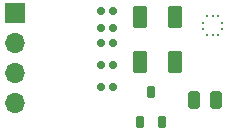
<source format=gbr>
%TF.GenerationSoftware,KiCad,Pcbnew,9.0.0*%
%TF.CreationDate,2025-10-01T23:53:17-07:00*%
%TF.ProjectId,gc10nxbaro,67633130-6e78-4626-9172-6f2e6b696361,rev?*%
%TF.SameCoordinates,Original*%
%TF.FileFunction,Soldermask,Top*%
%TF.FilePolarity,Negative*%
%FSLAX46Y46*%
G04 Gerber Fmt 4.6, Leading zero omitted, Abs format (unit mm)*
G04 Created by KiCad (PCBNEW 9.0.0) date 2025-10-01 23:53:17*
%MOMM*%
%LPD*%
G01*
G04 APERTURE LIST*
G04 Aperture macros list*
%AMRoundRect*
0 Rectangle with rounded corners*
0 $1 Rounding radius*
0 $2 $3 $4 $5 $6 $7 $8 $9 X,Y pos of 4 corners*
0 Add a 4 corners polygon primitive as box body*
4,1,4,$2,$3,$4,$5,$6,$7,$8,$9,$2,$3,0*
0 Add four circle primitives for the rounded corners*
1,1,$1+$1,$2,$3*
1,1,$1+$1,$4,$5*
1,1,$1+$1,$6,$7*
1,1,$1+$1,$8,$9*
0 Add four rect primitives between the rounded corners*
20,1,$1+$1,$2,$3,$4,$5,0*
20,1,$1+$1,$4,$5,$6,$7,0*
20,1,$1+$1,$6,$7,$8,$9,0*
20,1,$1+$1,$8,$9,$2,$3,0*%
G04 Aperture macros list end*
%ADD10RoundRect,0.159000X-0.159000X-0.189000X0.159000X-0.189000X0.159000X0.189000X-0.159000X0.189000X0*%
%ADD11RoundRect,0.266521X-0.346479X-0.671479X0.346479X-0.671479X0.346479X0.671479X-0.346479X0.671479X0*%
%ADD12RoundRect,0.261500X-0.261500X-0.476500X0.261500X-0.476500X0.261500X0.476500X-0.261500X0.476500X0*%
%ADD13RoundRect,0.159000X0.159000X0.189000X-0.159000X0.189000X-0.159000X-0.189000X0.159000X-0.189000X0*%
%ADD14RoundRect,0.150000X-0.150000X0.385000X-0.150000X-0.385000X0.150000X-0.385000X0.150000X0.385000X0*%
%ADD15R,0.279400X0.254000*%
%ADD16R,0.254000X0.279400*%
%ADD17R,1.700000X1.700000*%
%ADD18O,1.700000X1.700000*%
G04 APERTURE END LIST*
D10*
%TO.C,C1*%
X134250000Y-68750000D03*
X135250000Y-68750000D03*
%TD*%
D11*
%TO.C,C4*%
X137520000Y-70350000D03*
X140480000Y-70350000D03*
%TD*%
D12*
%TO.C,D1*%
X142120000Y-73560000D03*
X144000000Y-73560000D03*
%TD*%
D13*
%TO.C,R1*%
X135250000Y-72450000D03*
X134250000Y-72450000D03*
%TD*%
D11*
%TO.C,C3*%
X137520000Y-66500000D03*
X140480000Y-66500000D03*
%TD*%
D13*
%TO.C,R2*%
X135250000Y-67500000D03*
X134250000Y-67500000D03*
%TD*%
D14*
%TO.C,U2*%
X137500000Y-75380000D03*
X139400000Y-75380000D03*
X138450000Y-72900000D03*
%TD*%
D10*
%TO.C,R3*%
X134250000Y-66000000D03*
X135250000Y-66000000D03*
%TD*%
D15*
%TO.C,U1*%
X142896500Y-67010100D03*
X142896500Y-67510100D03*
D16*
X143183901Y-68047500D03*
X143683900Y-68047500D03*
X144183899Y-68047500D03*
D15*
X144471300Y-67510100D03*
X144471300Y-67010100D03*
D16*
X144183899Y-66472700D03*
X143683900Y-66472700D03*
X143183901Y-66472700D03*
%TD*%
D13*
%TO.C,C2*%
X135250000Y-70600000D03*
X134250000Y-70600000D03*
%TD*%
D17*
%TO.C,J1*%
X127000000Y-66200000D03*
D18*
X127000000Y-68740000D03*
X127000000Y-71280000D03*
X127000000Y-73820000D03*
%TD*%
M02*

</source>
